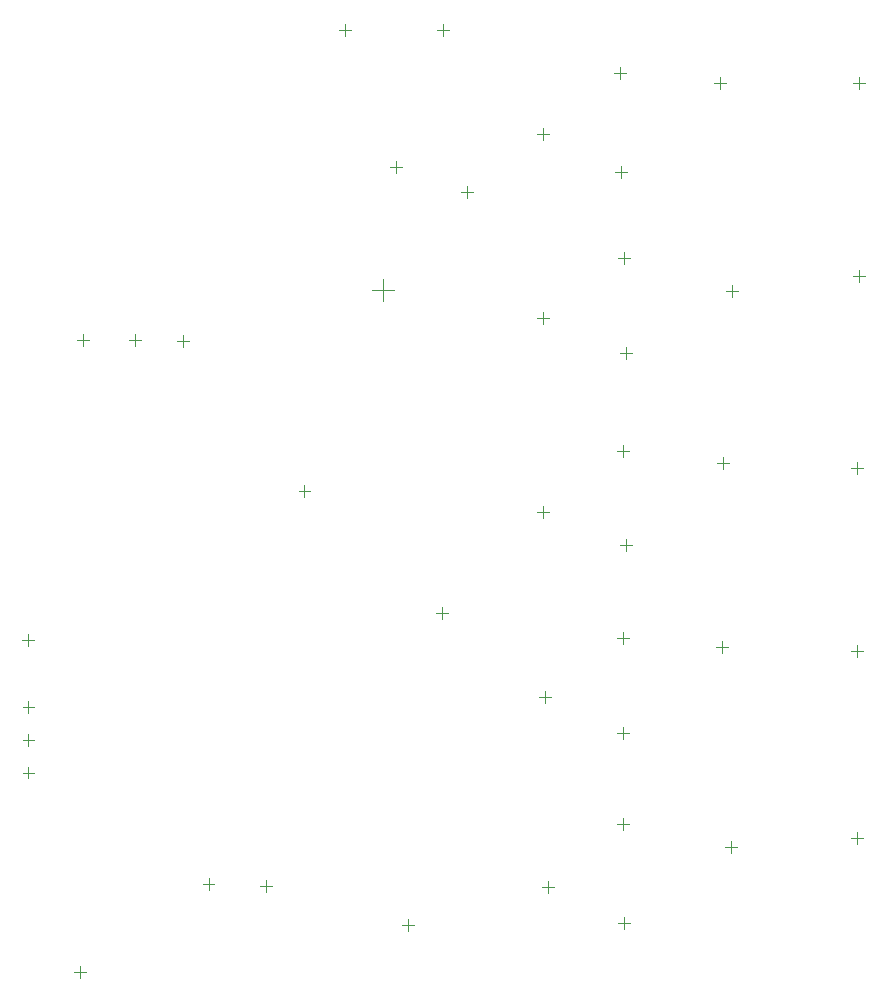
<source format=gbr>
G04*
G04 #@! TF.GenerationSoftware,Altium Limited,Altium Designer,24.6.1 (21)*
G04*
G04 Layer_Color=0*
%FSLAX25Y25*%
%MOIN*%
G70*
G04*
G04 #@! TF.SameCoordinates,02B8DA6F-49FF-4BAE-8194-33363A00AC8D*
G04*
G04*
G04 #@! TF.FilePolarity,Positive*
G04*
G01*
G75*
%ADD11C,0.00394*%
%ADD82C,0.00197*%
D11*
X532531Y424736D02*
X536469D01*
X534500Y422768D02*
Y426705D01*
X500032Y424736D02*
X503968D01*
X502000Y422768D02*
Y426705D01*
X594500Y220250D02*
Y224187D01*
X592532Y222218D02*
X596469D01*
X532350Y230421D02*
X536287D01*
X534319Y228453D02*
Y232390D01*
X568000Y388182D02*
Y392119D01*
X566032Y390150D02*
X569969D01*
X540531Y370650D02*
X544468D01*
X542500Y368682D02*
Y372619D01*
X519000Y377031D02*
Y380968D01*
X517031Y379000D02*
X520968D01*
X488441Y269233D02*
Y273170D01*
X486472Y271201D02*
X490409D01*
X566658Y202500D02*
X570595D01*
X568626Y200532D02*
Y204469D01*
X567532Y139000D02*
X571469D01*
X569500Y137032D02*
Y140969D01*
X454484Y140000D02*
X458421D01*
X456453Y138032D02*
Y141969D01*
X473531Y139500D02*
X477468D01*
X475500Y137532D02*
Y141469D01*
X411744Y110878D02*
X415681D01*
X413713Y108909D02*
Y112846D01*
X394458Y188205D02*
X398395D01*
X396426Y186236D02*
Y190173D01*
X394457Y199000D02*
X398394D01*
X396426Y197031D02*
Y200968D01*
X394174Y221500D02*
X398111D01*
X396143Y219532D02*
Y223469D01*
X514500Y334339D02*
Y341661D01*
X510839Y338000D02*
X518161D01*
X430032Y321500D02*
X433969D01*
X432000Y319532D02*
Y323469D01*
X448059Y319012D02*
Y322949D01*
X446091Y320980D02*
X450028D01*
X414500Y319531D02*
Y323468D01*
X412532Y321500D02*
X416469D01*
X394458Y177236D02*
X398395D01*
X396426Y175268D02*
Y179205D01*
X592532Y159979D02*
X596469D01*
X594500Y158010D02*
Y161947D01*
X592532Y190500D02*
X596469D01*
X594500Y188532D02*
Y192469D01*
X593531Y253000D02*
X597468D01*
X595500Y251032D02*
Y254969D01*
X592532Y284361D02*
X596469D01*
X594500Y282392D02*
Y286329D01*
X593068Y348861D02*
X597005D01*
X595037Y346892D02*
Y350829D01*
X592068Y377500D02*
X596005D01*
X594037Y375532D02*
Y379469D01*
X591568Y410361D02*
X595505D01*
X593537Y408392D02*
Y412329D01*
X627037Y405032D02*
Y408969D01*
X625068Y407000D02*
X629005D01*
X627500Y217032D02*
Y220969D01*
X625532Y219000D02*
X629469D01*
X630500Y150532D02*
Y154469D01*
X628532Y152500D02*
X632469D01*
X593031Y127000D02*
X596968D01*
X595000Y125032D02*
Y128969D01*
X566032Y328650D02*
X569969D01*
X568000Y326682D02*
Y330619D01*
X626032Y280500D02*
X629969D01*
X628000Y278532D02*
Y282469D01*
X568000Y262032D02*
Y265969D01*
X566032Y264000D02*
X569969D01*
X629032Y337882D02*
X632969D01*
X631000Y335913D02*
Y339850D01*
X595500Y315031D02*
Y318968D01*
X593532Y317000D02*
X597469D01*
D82*
X670667Y217854D02*
X674604D01*
X672635Y215885D02*
Y219822D01*
Y276661D02*
Y280598D01*
X670667Y278629D02*
X674604D01*
X671203Y342854D02*
X675140D01*
X673172Y340885D02*
Y344822D01*
X671203Y407129D02*
X675140D01*
X673172Y405161D02*
Y409098D01*
X523000Y124532D02*
Y128469D01*
X521032Y126500D02*
X524969D01*
X670667Y155354D02*
X674604D01*
X672635Y153385D02*
Y157322D01*
M02*

</source>
